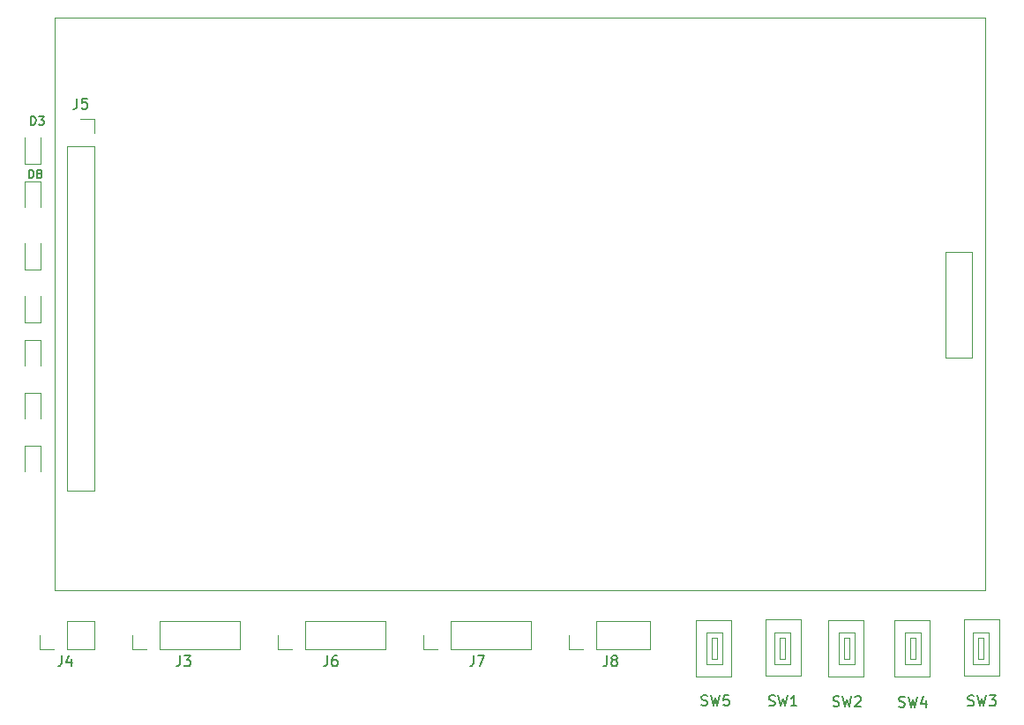
<source format=gbr>
%TF.GenerationSoftware,KiCad,Pcbnew,8.0.3*%
%TF.CreationDate,2024-06-28T15:17:55+09:00*%
%TF.ProjectId,KICAD-2,4b494341-442d-4322-9e6b-696361645f70,rev?*%
%TF.SameCoordinates,Original*%
%TF.FileFunction,Legend,Top*%
%TF.FilePolarity,Positive*%
%FSLAX46Y46*%
G04 Gerber Fmt 4.6, Leading zero omitted, Abs format (unit mm)*
G04 Created by KiCad (PCBNEW 8.0.3) date 2024-06-28 15:17:55*
%MOMM*%
%LPD*%
G01*
G04 APERTURE LIST*
%ADD10C,0.150000*%
%ADD11C,0.120000*%
G04 APERTURE END LIST*
D10*
X171894756Y-123815804D02*
X172037613Y-123863423D01*
X172037613Y-123863423D02*
X172275708Y-123863423D01*
X172275708Y-123863423D02*
X172370946Y-123815804D01*
X172370946Y-123815804D02*
X172418565Y-123768184D01*
X172418565Y-123768184D02*
X172466184Y-123672946D01*
X172466184Y-123672946D02*
X172466184Y-123577708D01*
X172466184Y-123577708D02*
X172418565Y-123482470D01*
X172418565Y-123482470D02*
X172370946Y-123434851D01*
X172370946Y-123434851D02*
X172275708Y-123387232D01*
X172275708Y-123387232D02*
X172085232Y-123339613D01*
X172085232Y-123339613D02*
X171989994Y-123291994D01*
X171989994Y-123291994D02*
X171942375Y-123244375D01*
X171942375Y-123244375D02*
X171894756Y-123149137D01*
X171894756Y-123149137D02*
X171894756Y-123053899D01*
X171894756Y-123053899D02*
X171942375Y-122958661D01*
X171942375Y-122958661D02*
X171989994Y-122911042D01*
X171989994Y-122911042D02*
X172085232Y-122863423D01*
X172085232Y-122863423D02*
X172323327Y-122863423D01*
X172323327Y-122863423D02*
X172466184Y-122911042D01*
X172799518Y-122863423D02*
X173037613Y-123863423D01*
X173037613Y-123863423D02*
X173228089Y-123149137D01*
X173228089Y-123149137D02*
X173418565Y-123863423D01*
X173418565Y-123863423D02*
X173656661Y-122863423D01*
X174513803Y-122863423D02*
X174037613Y-122863423D01*
X174037613Y-122863423D02*
X173989994Y-123339613D01*
X173989994Y-123339613D02*
X174037613Y-123291994D01*
X174037613Y-123291994D02*
X174132851Y-123244375D01*
X174132851Y-123244375D02*
X174370946Y-123244375D01*
X174370946Y-123244375D02*
X174466184Y-123291994D01*
X174466184Y-123291994D02*
X174513803Y-123339613D01*
X174513803Y-123339613D02*
X174561422Y-123434851D01*
X174561422Y-123434851D02*
X174561422Y-123672946D01*
X174561422Y-123672946D02*
X174513803Y-123768184D01*
X174513803Y-123768184D02*
X174466184Y-123815804D01*
X174466184Y-123815804D02*
X174370946Y-123863423D01*
X174370946Y-123863423D02*
X174132851Y-123863423D01*
X174132851Y-123863423D02*
X174037613Y-123815804D01*
X174037613Y-123815804D02*
X173989994Y-123768184D01*
X135976416Y-119080569D02*
X135976416Y-119794854D01*
X135976416Y-119794854D02*
X135928797Y-119937711D01*
X135928797Y-119937711D02*
X135833559Y-120032950D01*
X135833559Y-120032950D02*
X135690702Y-120080569D01*
X135690702Y-120080569D02*
X135595464Y-120080569D01*
X136881178Y-119080569D02*
X136690702Y-119080569D01*
X136690702Y-119080569D02*
X136595464Y-119128188D01*
X136595464Y-119128188D02*
X136547845Y-119175807D01*
X136547845Y-119175807D02*
X136452607Y-119318664D01*
X136452607Y-119318664D02*
X136404988Y-119509140D01*
X136404988Y-119509140D02*
X136404988Y-119890092D01*
X136404988Y-119890092D02*
X136452607Y-119985330D01*
X136452607Y-119985330D02*
X136500226Y-120032950D01*
X136500226Y-120032950D02*
X136595464Y-120080569D01*
X136595464Y-120080569D02*
X136785940Y-120080569D01*
X136785940Y-120080569D02*
X136881178Y-120032950D01*
X136881178Y-120032950D02*
X136928797Y-119985330D01*
X136928797Y-119985330D02*
X136976416Y-119890092D01*
X136976416Y-119890092D02*
X136976416Y-119651997D01*
X136976416Y-119651997D02*
X136928797Y-119556759D01*
X136928797Y-119556759D02*
X136881178Y-119509140D01*
X136881178Y-119509140D02*
X136785940Y-119461521D01*
X136785940Y-119461521D02*
X136595464Y-119461521D01*
X136595464Y-119461521D02*
X136500226Y-119509140D01*
X136500226Y-119509140D02*
X136452607Y-119556759D01*
X136452607Y-119556759D02*
X136404988Y-119651997D01*
X162826416Y-119080569D02*
X162826416Y-119794854D01*
X162826416Y-119794854D02*
X162778797Y-119937711D01*
X162778797Y-119937711D02*
X162683559Y-120032950D01*
X162683559Y-120032950D02*
X162540702Y-120080569D01*
X162540702Y-120080569D02*
X162445464Y-120080569D01*
X163445464Y-119509140D02*
X163350226Y-119461521D01*
X163350226Y-119461521D02*
X163302607Y-119413902D01*
X163302607Y-119413902D02*
X163254988Y-119318664D01*
X163254988Y-119318664D02*
X163254988Y-119271045D01*
X163254988Y-119271045D02*
X163302607Y-119175807D01*
X163302607Y-119175807D02*
X163350226Y-119128188D01*
X163350226Y-119128188D02*
X163445464Y-119080569D01*
X163445464Y-119080569D02*
X163635940Y-119080569D01*
X163635940Y-119080569D02*
X163731178Y-119128188D01*
X163731178Y-119128188D02*
X163778797Y-119175807D01*
X163778797Y-119175807D02*
X163826416Y-119271045D01*
X163826416Y-119271045D02*
X163826416Y-119318664D01*
X163826416Y-119318664D02*
X163778797Y-119413902D01*
X163778797Y-119413902D02*
X163731178Y-119461521D01*
X163731178Y-119461521D02*
X163635940Y-119509140D01*
X163635940Y-119509140D02*
X163445464Y-119509140D01*
X163445464Y-119509140D02*
X163350226Y-119556759D01*
X163350226Y-119556759D02*
X163302607Y-119604378D01*
X163302607Y-119604378D02*
X163254988Y-119699616D01*
X163254988Y-119699616D02*
X163254988Y-119890092D01*
X163254988Y-119890092D02*
X163302607Y-119985330D01*
X163302607Y-119985330D02*
X163350226Y-120032950D01*
X163350226Y-120032950D02*
X163445464Y-120080569D01*
X163445464Y-120080569D02*
X163635940Y-120080569D01*
X163635940Y-120080569D02*
X163731178Y-120032950D01*
X163731178Y-120032950D02*
X163778797Y-119985330D01*
X163778797Y-119985330D02*
X163826416Y-119890092D01*
X163826416Y-119890092D02*
X163826416Y-119699616D01*
X163826416Y-119699616D02*
X163778797Y-119604378D01*
X163778797Y-119604378D02*
X163731178Y-119556759D01*
X163731178Y-119556759D02*
X163635940Y-119509140D01*
X110486416Y-119080569D02*
X110486416Y-119794854D01*
X110486416Y-119794854D02*
X110438797Y-119937711D01*
X110438797Y-119937711D02*
X110343559Y-120032950D01*
X110343559Y-120032950D02*
X110200702Y-120080569D01*
X110200702Y-120080569D02*
X110105464Y-120080569D01*
X111391178Y-119413902D02*
X111391178Y-120080569D01*
X111153083Y-119032950D02*
X110914988Y-119747235D01*
X110914988Y-119747235D02*
X111534035Y-119747235D01*
X107315754Y-73184039D02*
X107315754Y-72384039D01*
X107315754Y-72384039D02*
X107506230Y-72384039D01*
X107506230Y-72384039D02*
X107620516Y-72422134D01*
X107620516Y-72422134D02*
X107696706Y-72498324D01*
X107696706Y-72498324D02*
X107734801Y-72574515D01*
X107734801Y-72574515D02*
X107772897Y-72726896D01*
X107772897Y-72726896D02*
X107772897Y-72841182D01*
X107772897Y-72841182D02*
X107734801Y-72993563D01*
X107734801Y-72993563D02*
X107696706Y-73069753D01*
X107696706Y-73069753D02*
X107620516Y-73145944D01*
X107620516Y-73145944D02*
X107506230Y-73184039D01*
X107506230Y-73184039D02*
X107315754Y-73184039D01*
X108230039Y-72726896D02*
X108153849Y-72688801D01*
X108153849Y-72688801D02*
X108115754Y-72650705D01*
X108115754Y-72650705D02*
X108077658Y-72574515D01*
X108077658Y-72574515D02*
X108077658Y-72536420D01*
X108077658Y-72536420D02*
X108115754Y-72460229D01*
X108115754Y-72460229D02*
X108153849Y-72422134D01*
X108153849Y-72422134D02*
X108230039Y-72384039D01*
X108230039Y-72384039D02*
X108382420Y-72384039D01*
X108382420Y-72384039D02*
X108458611Y-72422134D01*
X108458611Y-72422134D02*
X108496706Y-72460229D01*
X108496706Y-72460229D02*
X108534801Y-72536420D01*
X108534801Y-72536420D02*
X108534801Y-72574515D01*
X108534801Y-72574515D02*
X108496706Y-72650705D01*
X108496706Y-72650705D02*
X108458611Y-72688801D01*
X108458611Y-72688801D02*
X108382420Y-72726896D01*
X108382420Y-72726896D02*
X108230039Y-72726896D01*
X108230039Y-72726896D02*
X108153849Y-72764991D01*
X108153849Y-72764991D02*
X108115754Y-72803086D01*
X108115754Y-72803086D02*
X108077658Y-72879277D01*
X108077658Y-72879277D02*
X108077658Y-73031658D01*
X108077658Y-73031658D02*
X108115754Y-73107848D01*
X108115754Y-73107848D02*
X108153849Y-73145944D01*
X108153849Y-73145944D02*
X108230039Y-73184039D01*
X108230039Y-73184039D02*
X108382420Y-73184039D01*
X108382420Y-73184039D02*
X108458611Y-73145944D01*
X108458611Y-73145944D02*
X108496706Y-73107848D01*
X108496706Y-73107848D02*
X108534801Y-73031658D01*
X108534801Y-73031658D02*
X108534801Y-72879277D01*
X108534801Y-72879277D02*
X108496706Y-72803086D01*
X108496706Y-72803086D02*
X108458611Y-72764991D01*
X108458611Y-72764991D02*
X108382420Y-72726896D01*
X197472328Y-123836461D02*
X197615185Y-123884080D01*
X197615185Y-123884080D02*
X197853280Y-123884080D01*
X197853280Y-123884080D02*
X197948518Y-123836461D01*
X197948518Y-123836461D02*
X197996137Y-123788841D01*
X197996137Y-123788841D02*
X198043756Y-123693603D01*
X198043756Y-123693603D02*
X198043756Y-123598365D01*
X198043756Y-123598365D02*
X197996137Y-123503127D01*
X197996137Y-123503127D02*
X197948518Y-123455508D01*
X197948518Y-123455508D02*
X197853280Y-123407889D01*
X197853280Y-123407889D02*
X197662804Y-123360270D01*
X197662804Y-123360270D02*
X197567566Y-123312651D01*
X197567566Y-123312651D02*
X197519947Y-123265032D01*
X197519947Y-123265032D02*
X197472328Y-123169794D01*
X197472328Y-123169794D02*
X197472328Y-123074556D01*
X197472328Y-123074556D02*
X197519947Y-122979318D01*
X197519947Y-122979318D02*
X197567566Y-122931699D01*
X197567566Y-122931699D02*
X197662804Y-122884080D01*
X197662804Y-122884080D02*
X197900899Y-122884080D01*
X197900899Y-122884080D02*
X198043756Y-122931699D01*
X198377090Y-122884080D02*
X198615185Y-123884080D01*
X198615185Y-123884080D02*
X198805661Y-123169794D01*
X198805661Y-123169794D02*
X198996137Y-123884080D01*
X198996137Y-123884080D02*
X199234233Y-122884080D01*
X199519947Y-122884080D02*
X200138994Y-122884080D01*
X200138994Y-122884080D02*
X199805661Y-123265032D01*
X199805661Y-123265032D02*
X199948518Y-123265032D01*
X199948518Y-123265032D02*
X200043756Y-123312651D01*
X200043756Y-123312651D02*
X200091375Y-123360270D01*
X200091375Y-123360270D02*
X200138994Y-123455508D01*
X200138994Y-123455508D02*
X200138994Y-123693603D01*
X200138994Y-123693603D02*
X200091375Y-123788841D01*
X200091375Y-123788841D02*
X200043756Y-123836461D01*
X200043756Y-123836461D02*
X199948518Y-123884080D01*
X199948518Y-123884080D02*
X199662804Y-123884080D01*
X199662804Y-123884080D02*
X199567566Y-123836461D01*
X199567566Y-123836461D02*
X199519947Y-123788841D01*
X178371941Y-123839705D02*
X178514798Y-123887324D01*
X178514798Y-123887324D02*
X178752893Y-123887324D01*
X178752893Y-123887324D02*
X178848131Y-123839705D01*
X178848131Y-123839705D02*
X178895750Y-123792085D01*
X178895750Y-123792085D02*
X178943369Y-123696847D01*
X178943369Y-123696847D02*
X178943369Y-123601609D01*
X178943369Y-123601609D02*
X178895750Y-123506371D01*
X178895750Y-123506371D02*
X178848131Y-123458752D01*
X178848131Y-123458752D02*
X178752893Y-123411133D01*
X178752893Y-123411133D02*
X178562417Y-123363514D01*
X178562417Y-123363514D02*
X178467179Y-123315895D01*
X178467179Y-123315895D02*
X178419560Y-123268276D01*
X178419560Y-123268276D02*
X178371941Y-123173038D01*
X178371941Y-123173038D02*
X178371941Y-123077800D01*
X178371941Y-123077800D02*
X178419560Y-122982562D01*
X178419560Y-122982562D02*
X178467179Y-122934943D01*
X178467179Y-122934943D02*
X178562417Y-122887324D01*
X178562417Y-122887324D02*
X178800512Y-122887324D01*
X178800512Y-122887324D02*
X178943369Y-122934943D01*
X179276703Y-122887324D02*
X179514798Y-123887324D01*
X179514798Y-123887324D02*
X179705274Y-123173038D01*
X179705274Y-123173038D02*
X179895750Y-123887324D01*
X179895750Y-123887324D02*
X180133846Y-122887324D01*
X181038607Y-123887324D02*
X180467179Y-123887324D01*
X180752893Y-123887324D02*
X180752893Y-122887324D01*
X180752893Y-122887324D02*
X180657655Y-123030181D01*
X180657655Y-123030181D02*
X180562417Y-123125419D01*
X180562417Y-123125419D02*
X180467179Y-123173038D01*
X107561956Y-68041891D02*
X107561956Y-67241891D01*
X107561956Y-67241891D02*
X107752432Y-67241891D01*
X107752432Y-67241891D02*
X107866718Y-67279986D01*
X107866718Y-67279986D02*
X107942908Y-67356176D01*
X107942908Y-67356176D02*
X107981003Y-67432367D01*
X107981003Y-67432367D02*
X108019099Y-67584748D01*
X108019099Y-67584748D02*
X108019099Y-67699034D01*
X108019099Y-67699034D02*
X107981003Y-67851415D01*
X107981003Y-67851415D02*
X107942908Y-67927605D01*
X107942908Y-67927605D02*
X107866718Y-68003796D01*
X107866718Y-68003796D02*
X107752432Y-68041891D01*
X107752432Y-68041891D02*
X107561956Y-68041891D01*
X108285765Y-67241891D02*
X108781003Y-67241891D01*
X108781003Y-67241891D02*
X108514337Y-67546653D01*
X108514337Y-67546653D02*
X108628622Y-67546653D01*
X108628622Y-67546653D02*
X108704813Y-67584748D01*
X108704813Y-67584748D02*
X108742908Y-67622843D01*
X108742908Y-67622843D02*
X108781003Y-67699034D01*
X108781003Y-67699034D02*
X108781003Y-67889510D01*
X108781003Y-67889510D02*
X108742908Y-67965700D01*
X108742908Y-67965700D02*
X108704813Y-68003796D01*
X108704813Y-68003796D02*
X108628622Y-68041891D01*
X108628622Y-68041891D02*
X108400051Y-68041891D01*
X108400051Y-68041891D02*
X108323860Y-68003796D01*
X108323860Y-68003796D02*
X108285765Y-67965700D01*
X190851736Y-123955966D02*
X190994593Y-124003585D01*
X190994593Y-124003585D02*
X191232688Y-124003585D01*
X191232688Y-124003585D02*
X191327926Y-123955966D01*
X191327926Y-123955966D02*
X191375545Y-123908346D01*
X191375545Y-123908346D02*
X191423164Y-123813108D01*
X191423164Y-123813108D02*
X191423164Y-123717870D01*
X191423164Y-123717870D02*
X191375545Y-123622632D01*
X191375545Y-123622632D02*
X191327926Y-123575013D01*
X191327926Y-123575013D02*
X191232688Y-123527394D01*
X191232688Y-123527394D02*
X191042212Y-123479775D01*
X191042212Y-123479775D02*
X190946974Y-123432156D01*
X190946974Y-123432156D02*
X190899355Y-123384537D01*
X190899355Y-123384537D02*
X190851736Y-123289299D01*
X190851736Y-123289299D02*
X190851736Y-123194061D01*
X190851736Y-123194061D02*
X190899355Y-123098823D01*
X190899355Y-123098823D02*
X190946974Y-123051204D01*
X190946974Y-123051204D02*
X191042212Y-123003585D01*
X191042212Y-123003585D02*
X191280307Y-123003585D01*
X191280307Y-123003585D02*
X191423164Y-123051204D01*
X191756498Y-123003585D02*
X191994593Y-124003585D01*
X191994593Y-124003585D02*
X192185069Y-123289299D01*
X192185069Y-123289299D02*
X192375545Y-124003585D01*
X192375545Y-124003585D02*
X192613641Y-123003585D01*
X193423164Y-123336918D02*
X193423164Y-124003585D01*
X193185069Y-122955966D02*
X192946974Y-123670251D01*
X192946974Y-123670251D02*
X193566021Y-123670251D01*
X184541859Y-123908164D02*
X184684716Y-123955783D01*
X184684716Y-123955783D02*
X184922811Y-123955783D01*
X184922811Y-123955783D02*
X185018049Y-123908164D01*
X185018049Y-123908164D02*
X185065668Y-123860544D01*
X185065668Y-123860544D02*
X185113287Y-123765306D01*
X185113287Y-123765306D02*
X185113287Y-123670068D01*
X185113287Y-123670068D02*
X185065668Y-123574830D01*
X185065668Y-123574830D02*
X185018049Y-123527211D01*
X185018049Y-123527211D02*
X184922811Y-123479592D01*
X184922811Y-123479592D02*
X184732335Y-123431973D01*
X184732335Y-123431973D02*
X184637097Y-123384354D01*
X184637097Y-123384354D02*
X184589478Y-123336735D01*
X184589478Y-123336735D02*
X184541859Y-123241497D01*
X184541859Y-123241497D02*
X184541859Y-123146259D01*
X184541859Y-123146259D02*
X184589478Y-123051021D01*
X184589478Y-123051021D02*
X184637097Y-123003402D01*
X184637097Y-123003402D02*
X184732335Y-122955783D01*
X184732335Y-122955783D02*
X184970430Y-122955783D01*
X184970430Y-122955783D02*
X185113287Y-123003402D01*
X185446621Y-122955783D02*
X185684716Y-123955783D01*
X185684716Y-123955783D02*
X185875192Y-123241497D01*
X185875192Y-123241497D02*
X186065668Y-123955783D01*
X186065668Y-123955783D02*
X186303764Y-122955783D01*
X186637097Y-123051021D02*
X186684716Y-123003402D01*
X186684716Y-123003402D02*
X186779954Y-122955783D01*
X186779954Y-122955783D02*
X187018049Y-122955783D01*
X187018049Y-122955783D02*
X187113287Y-123003402D01*
X187113287Y-123003402D02*
X187160906Y-123051021D01*
X187160906Y-123051021D02*
X187208525Y-123146259D01*
X187208525Y-123146259D02*
X187208525Y-123241497D01*
X187208525Y-123241497D02*
X187160906Y-123384354D01*
X187160906Y-123384354D02*
X186589478Y-123955783D01*
X186589478Y-123955783D02*
X187208525Y-123955783D01*
X121842416Y-119080569D02*
X121842416Y-119794854D01*
X121842416Y-119794854D02*
X121794797Y-119937711D01*
X121794797Y-119937711D02*
X121699559Y-120032950D01*
X121699559Y-120032950D02*
X121556702Y-120080569D01*
X121556702Y-120080569D02*
X121461464Y-120080569D01*
X122223369Y-119080569D02*
X122842416Y-119080569D01*
X122842416Y-119080569D02*
X122509083Y-119461521D01*
X122509083Y-119461521D02*
X122651940Y-119461521D01*
X122651940Y-119461521D02*
X122747178Y-119509140D01*
X122747178Y-119509140D02*
X122794797Y-119556759D01*
X122794797Y-119556759D02*
X122842416Y-119651997D01*
X122842416Y-119651997D02*
X122842416Y-119890092D01*
X122842416Y-119890092D02*
X122794797Y-119985330D01*
X122794797Y-119985330D02*
X122747178Y-120032950D01*
X122747178Y-120032950D02*
X122651940Y-120080569D01*
X122651940Y-120080569D02*
X122366226Y-120080569D01*
X122366226Y-120080569D02*
X122270988Y-120032950D01*
X122270988Y-120032950D02*
X122223369Y-119985330D01*
X150026416Y-119080569D02*
X150026416Y-119794854D01*
X150026416Y-119794854D02*
X149978797Y-119937711D01*
X149978797Y-119937711D02*
X149883559Y-120032950D01*
X149883559Y-120032950D02*
X149740702Y-120080569D01*
X149740702Y-120080569D02*
X149645464Y-120080569D01*
X150407369Y-119080569D02*
X151074035Y-119080569D01*
X151074035Y-119080569D02*
X150645464Y-120080569D01*
X111966666Y-65518819D02*
X111966666Y-66233104D01*
X111966666Y-66233104D02*
X111919047Y-66375961D01*
X111919047Y-66375961D02*
X111823809Y-66471200D01*
X111823809Y-66471200D02*
X111680952Y-66518819D01*
X111680952Y-66518819D02*
X111585714Y-66518819D01*
X112919047Y-65518819D02*
X112442857Y-65518819D01*
X112442857Y-65518819D02*
X112395238Y-65995009D01*
X112395238Y-65995009D02*
X112442857Y-65947390D01*
X112442857Y-65947390D02*
X112538095Y-65899771D01*
X112538095Y-65899771D02*
X112776190Y-65899771D01*
X112776190Y-65899771D02*
X112871428Y-65947390D01*
X112871428Y-65947390D02*
X112919047Y-65995009D01*
X112919047Y-65995009D02*
X112966666Y-66090247D01*
X112966666Y-66090247D02*
X112966666Y-66328342D01*
X112966666Y-66328342D02*
X112919047Y-66423580D01*
X112919047Y-66423580D02*
X112871428Y-66471200D01*
X112871428Y-66471200D02*
X112776190Y-66518819D01*
X112776190Y-66518819D02*
X112538095Y-66518819D01*
X112538095Y-66518819D02*
X112442857Y-66471200D01*
X112442857Y-66471200D02*
X112395238Y-66423580D01*
D11*
%TO.C,D4*%
X106961000Y-98924000D02*
X106961000Y-101384000D01*
X108431000Y-98924000D02*
X106961000Y-98924000D01*
X108431000Y-101384000D02*
X108431000Y-98924000D01*
%TO.C,D6*%
X106961000Y-84544000D02*
X106961000Y-87004000D01*
X106961000Y-87004000D02*
X108431000Y-87004000D01*
X108431000Y-87004000D02*
X108431000Y-84544000D01*
%TO.C,SW5*%
X172362750Y-119879750D02*
X173886750Y-119879750D01*
X173886750Y-116831750D01*
X172362750Y-116831750D01*
X172362750Y-119879750D01*
X172870750Y-119371750D02*
X173378750Y-119371750D01*
X173378750Y-117339750D01*
X172870750Y-117339750D01*
X172870750Y-119371750D01*
X174727750Y-121103750D02*
X171346750Y-121103750D01*
X171346750Y-115678750D01*
X174727750Y-115678750D01*
X174727750Y-121103750D01*
%TO.C,D2*%
X106961000Y-79464000D02*
X106961000Y-81924000D01*
X106961000Y-81924000D02*
X108431000Y-81924000D01*
X108431000Y-81924000D02*
X108431000Y-79464000D01*
%TO.C,J6*%
X131259750Y-118415750D02*
X131259750Y-117085750D01*
X132589750Y-118415750D02*
X131259750Y-118415750D01*
X133859750Y-115755750D02*
X141539750Y-115755750D01*
X133859750Y-118415750D02*
X133859750Y-115755750D01*
X133859750Y-118415750D02*
X141539750Y-118415750D01*
X141539750Y-118415750D02*
X141539750Y-115755750D01*
%TO.C,J8*%
X159199750Y-118415750D02*
X159199750Y-117085750D01*
X160529750Y-118415750D02*
X159199750Y-118415750D01*
X161799750Y-115755750D02*
X166939750Y-115755750D01*
X161799750Y-118415750D02*
X161799750Y-115755750D01*
X161799750Y-118415750D02*
X166939750Y-118415750D01*
X166939750Y-118415750D02*
X166939750Y-115755750D01*
%TO.C,J4*%
X108399750Y-118415750D02*
X108399750Y-117085750D01*
X109729750Y-118415750D02*
X108399750Y-118415750D01*
X110999750Y-115755750D02*
X113599750Y-115755750D01*
X110999750Y-118415750D02*
X110999750Y-115755750D01*
X110999750Y-118415750D02*
X113599750Y-118415750D01*
X113599750Y-118415750D02*
X113599750Y-115755750D01*
%TO.C,D8*%
X106961000Y-73524000D02*
X106961000Y-75984000D01*
X108431000Y-73524000D02*
X106961000Y-73524000D01*
X108431000Y-75984000D02*
X108431000Y-73524000D01*
%TO.C,SW3*%
X197111750Y-115607750D02*
X200492750Y-115607750D01*
X200492750Y-121032750D01*
X197111750Y-121032750D01*
X197111750Y-115607750D01*
X198968750Y-117339750D02*
X198460750Y-117339750D01*
X198460750Y-119371750D01*
X198968750Y-119371750D01*
X198968750Y-117339750D01*
X199476750Y-116831750D02*
X197952750Y-116831750D01*
X197952750Y-119879750D01*
X199476750Y-119879750D01*
X199476750Y-116831750D01*
%TO.C,SW1*%
X178061750Y-115607750D02*
X181442750Y-115607750D01*
X181442750Y-121032750D01*
X178061750Y-121032750D01*
X178061750Y-115607750D01*
X179918750Y-117339750D02*
X179410750Y-117339750D01*
X179410750Y-119371750D01*
X179918750Y-119371750D01*
X179918750Y-117339750D01*
X180426750Y-116831750D02*
X178902750Y-116831750D01*
X178902750Y-119879750D01*
X180426750Y-119879750D01*
X180426750Y-116831750D01*
%TO.C,D3*%
X106961000Y-69304000D02*
X106961000Y-71764000D01*
X106961000Y-71764000D02*
X108431000Y-71764000D01*
X108431000Y-71764000D02*
X108431000Y-69304000D01*
%TO.C,SW4*%
X191412750Y-119879750D02*
X192936750Y-119879750D01*
X192936750Y-116831750D01*
X191412750Y-116831750D01*
X191412750Y-119879750D01*
X191920750Y-119371750D02*
X192428750Y-119371750D01*
X192428750Y-117339750D01*
X191920750Y-117339750D01*
X191920750Y-119371750D01*
X193777750Y-121103750D02*
X190396750Y-121103750D01*
X190396750Y-115678750D01*
X193777750Y-115678750D01*
X193777750Y-121103750D01*
%TO.C,D5*%
X106961000Y-93844000D02*
X106961000Y-96304000D01*
X108431000Y-93844000D02*
X106961000Y-93844000D01*
X108431000Y-96304000D02*
X108431000Y-93844000D01*
%TO.C,SW2*%
X185062750Y-119879750D02*
X186586750Y-119879750D01*
X186586750Y-116831750D01*
X185062750Y-116831750D01*
X185062750Y-119879750D01*
X185570750Y-119371750D02*
X186078750Y-119371750D01*
X186078750Y-117339750D01*
X185570750Y-117339750D01*
X185570750Y-119371750D01*
X187427750Y-121103750D02*
X184046750Y-121103750D01*
X184046750Y-115678750D01*
X187427750Y-115678750D01*
X187427750Y-121103750D01*
%TO.C,D7*%
X106961000Y-88764000D02*
X106961000Y-91224000D01*
X108431000Y-88764000D02*
X106961000Y-88764000D01*
X108431000Y-91224000D02*
X108431000Y-88764000D01*
%TO.C,J3*%
X117289750Y-118415750D02*
X117289750Y-117085750D01*
X118619750Y-118415750D02*
X117289750Y-118415750D01*
X119889750Y-115755750D02*
X127569750Y-115755750D01*
X119889750Y-118415750D02*
X119889750Y-115755750D01*
X119889750Y-118415750D02*
X127569750Y-118415750D01*
X127569750Y-118415750D02*
X127569750Y-115755750D01*
%TO.C,J7*%
X145229750Y-118415750D02*
X145229750Y-117085750D01*
X146559750Y-118415750D02*
X145229750Y-118415750D01*
X147829750Y-115755750D02*
X155509750Y-115755750D01*
X147829750Y-118415750D02*
X147829750Y-115755750D01*
X147829750Y-118415750D02*
X155509750Y-118415750D01*
X155509750Y-118415750D02*
X155509750Y-115755750D01*
%TO.C,J5*%
X110970000Y-70104000D02*
X110970000Y-103184000D01*
X110970000Y-70104000D02*
X113630000Y-70104000D01*
X110970000Y-103184000D02*
X113630000Y-103184000D01*
X112300000Y-67504000D02*
X113630000Y-67504000D01*
X113630000Y-67504000D02*
X113630000Y-68834000D01*
X113630000Y-70104000D02*
X113630000Y-103184000D01*
X109814000Y-57785000D02*
X199114000Y-57785000D01*
X199114000Y-112825000D01*
X109814000Y-112825000D01*
X109814000Y-57785000D01*
X195358000Y-80264000D02*
X197898000Y-80264000D01*
X197898000Y-90424000D01*
X195358000Y-90424000D01*
X195358000Y-80264000D01*
%TD*%
M02*

</source>
